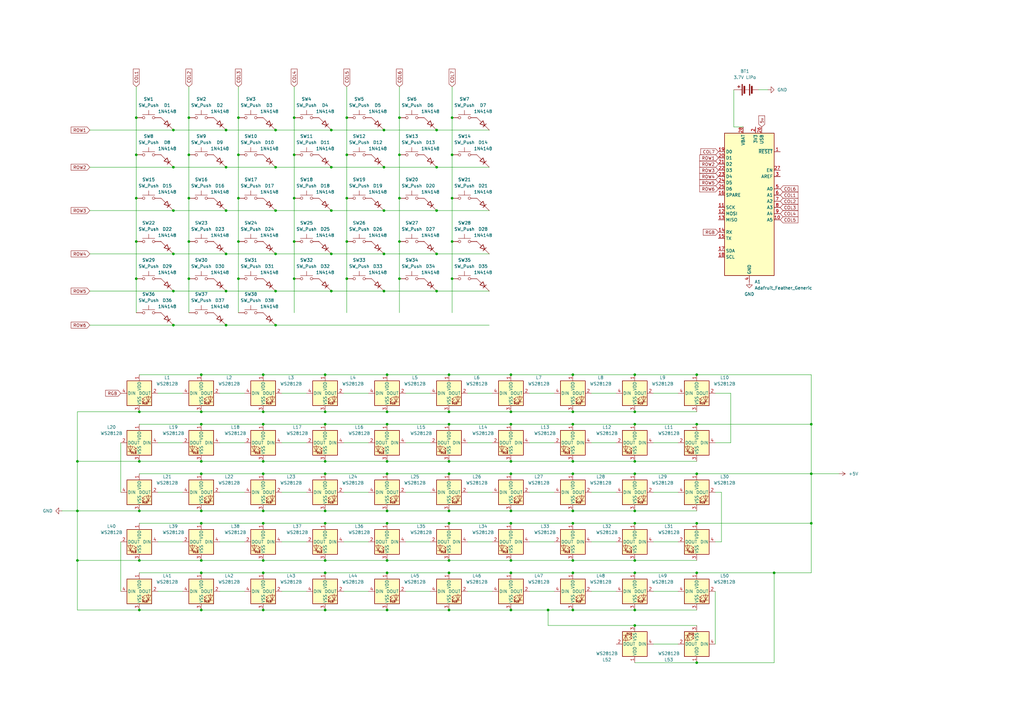
<source format=kicad_sch>
(kicad_sch (version 20250114) (generator "eeschema") (generator_version "9.0")
  (paper "A3")
  (junction (at 97.79 48.26))
  (junction (at 209.55 214.63))
  (junction (at 71.12 86.36))
  (junction (at 234.95 250.19))
  (junction (at 107.95 168.91))
  (junction (at 133.35 168.91))
  (junction (at 158.75 209.55))
  (junction (at 209.55 194.31))
  (junction (at 71.12 68.58))
  (junction (at 92.71 119.38))
  (junction (at 332.74 214.63))
  (junction (at 209.55 209.55))
  (junction (at 133.35 250.19))
  (junction (at 209.55 153.67))
  (junction (at 234.95 194.31))
  (junction (at 142.24 81.28))
  (junction (at 77.47 99.06))
  (junction (at 260.35 194.31))
  (junction (at 82.55 234.95))
  (junction (at 163.83 99.06))
  (junction (at 163.83 63.5))
  (junction (at 179.07 86.36))
  (junction (at 260.35 173.99))
  (junction (at 234.95 189.23))
  (junction (at 158.75 194.31))
  (junction (at 209.55 173.99))
  (junction (at 224.79 250.19))
  (junction (at 158.75 229.87))
  (junction (at 184.15 168.91))
  (junction (at 185.42 48.26))
  (junction (at 107.95 194.31))
  (junction (at 77.47 48.26))
  (junction (at 82.55 214.63))
  (junction (at 107.95 189.23))
  (junction (at 179.07 104.14))
  (junction (at 285.75 234.95))
  (junction (at 113.03 53.34))
  (junction (at 133.35 194.31))
  (junction (at 107.95 229.87))
  (junction (at 31.75 209.55))
  (junction (at 209.55 250.19))
  (junction (at 135.89 68.58))
  (junction (at 77.47 114.3))
  (junction (at 234.95 229.87))
  (junction (at 185.42 63.5))
  (junction (at 107.95 173.99))
  (junction (at 57.15 229.87))
  (junction (at 157.48 68.58))
  (junction (at 260.35 209.55))
  (junction (at 158.75 168.91))
  (junction (at 97.79 114.3))
  (junction (at 120.65 99.06))
  (junction (at 120.65 114.3))
  (junction (at 133.35 189.23))
  (junction (at 158.75 153.67))
  (junction (at 55.88 114.3))
  (junction (at 82.55 250.19))
  (junction (at 133.35 173.99))
  (junction (at 163.83 114.3))
  (junction (at 163.83 81.28))
  (junction (at 260.35 234.95))
  (junction (at 31.75 189.23))
  (junction (at 82.55 173.99))
  (junction (at 260.35 189.23))
  (junction (at 332.74 173.99))
  (junction (at 158.75 189.23))
  (junction (at 77.47 81.28))
  (junction (at 184.15 229.87))
  (junction (at 142.24 48.26))
  (junction (at 135.89 53.34))
  (junction (at 179.07 119.38))
  (junction (at 209.55 189.23))
  (junction (at 260.35 214.63))
  (junction (at 184.15 189.23))
  (junction (at 97.79 81.28))
  (junction (at 82.55 229.87))
  (junction (at 285.75 271.78))
  (junction (at 158.75 173.99))
  (junction (at 157.48 104.14))
  (junction (at 157.48 86.36))
  (junction (at 135.89 104.14))
  (junction (at 234.95 173.99))
  (junction (at 179.07 68.58))
  (junction (at 113.03 119.38))
  (junction (at 77.47 63.5))
  (junction (at 158.75 214.63))
  (junction (at 107.95 153.67))
  (junction (at 260.35 153.67))
  (junction (at 158.75 250.19))
  (junction (at 234.95 214.63))
  (junction (at 135.89 119.38))
  (junction (at 185.42 81.28))
  (junction (at 113.03 68.58))
  (junction (at 209.55 234.95))
  (junction (at 31.75 229.87))
  (junction (at 57.15 189.23))
  (junction (at 133.35 153.67))
  (junction (at 209.55 229.87))
  (junction (at 82.55 153.67))
  (junction (at 113.03 133.35))
  (junction (at 71.12 104.14))
  (junction (at 234.95 153.67))
  (junction (at 57.15 168.91))
  (junction (at 234.95 168.91))
  (junction (at 97.79 63.5))
  (junction (at 185.42 99.06))
  (junction (at 107.95 209.55))
  (junction (at 57.15 209.55))
  (junction (at 135.89 86.36))
  (junction (at 157.48 119.38))
  (junction (at 234.95 234.95))
  (junction (at 142.24 99.06))
  (junction (at 71.12 133.35))
  (junction (at 92.71 68.58))
  (junction (at 113.03 104.14))
  (junction (at 260.35 168.91))
  (junction (at 184.15 250.19))
  (junction (at 234.95 209.55))
  (junction (at 55.88 48.26))
  (junction (at 285.75 153.67))
  (junction (at 82.55 209.55))
  (junction (at 57.15 250.19))
  (junction (at 55.88 63.5))
  (junction (at 107.95 214.63))
  (junction (at 133.35 229.87))
  (junction (at 113.03 86.36))
  (junction (at 82.55 168.91))
  (junction (at 157.48 53.34))
  (junction (at 133.35 234.95))
  (junction (at 142.24 63.5))
  (junction (at 158.75 234.95))
  (junction (at 260.35 250.19))
  (junction (at 179.07 53.34))
  (junction (at 120.65 63.5))
  (junction (at 332.74 194.31))
  (junction (at 260.35 256.54))
  (junction (at 184.15 173.99))
  (junction (at 82.55 189.23))
  (junction (at 107.95 234.95))
  (junction (at 82.55 194.31))
  (junction (at 120.65 48.26))
  (junction (at 55.88 99.06))
  (junction (at 71.12 119.38))
  (junction (at 92.71 53.34))
  (junction (at 317.5 234.95))
  (junction (at 120.65 81.28))
  (junction (at 184.15 214.63))
  (junction (at 184.15 153.67))
  (junction (at 163.83 48.26))
  (junction (at 184.15 234.95))
  (junction (at 92.71 133.35))
  (junction (at 142.24 114.3))
  (junction (at 92.71 86.36))
  (junction (at 184.15 194.31))
  (junction (at 285.75 173.99))
  (junction (at 55.88 81.28))
  (junction (at 133.35 214.63))
  (junction (at 97.79 99.06))
  (junction (at 260.35 229.87))
  (junction (at 133.35 209.55))
  (junction (at 285.75 214.63))
  (junction (at 185.42 114.3))
  (junction (at 285.75 194.31))
  (junction (at 209.55 168.91))
  (junction (at 71.12 53.34))
  (junction (at 92.71 104.14))
  (junction (at 107.95 250.19))
  (junction (at 184.15 209.55))
  (wire (pts (xy 157.48 53.34) (xy 179.07 53.34)))
  (wire (pts (xy 224.79 256.54) (xy 224.79 250.19)))
  (wire (pts (xy 179.07 119.38) (xy 200.66 119.38)))
  (wire (pts (xy 184.15 153.67) (xy 209.55 153.67)))
  (wire (pts (xy 242.57 161.29) (xy 252.73 161.29)))
  (wire (pts (xy 166.37 222.25) (xy 176.53 222.25)))
  (wire (pts (xy 113.03 53.34) (xy 135.89 53.34)))
  (wire (pts (xy 142.24 81.28) (xy 142.24 99.06)))
  (wire (pts (xy 332.74 194.31) (xy 332.74 214.63)))
  (wire (pts (xy 107.95 189.23) (xy 133.35 189.23)))
  (wire (pts (xy 179.07 53.34) (xy 200.66 53.34)))
  (wire (pts (xy 77.47 48.26) (xy 77.47 63.5)))
  (wire (pts (xy 260.35 153.67) (xy 285.75 153.67)))
  (wire (pts (xy 82.55 234.95) (xy 107.95 234.95)))
  (wire (pts (xy 57.15 168.91) (xy 31.75 168.91)))
  (wire (pts (xy 142.24 35.56) (xy 142.24 48.26)))
  (wire (pts (xy 158.75 173.99) (xy 184.15 173.99)))
  (wire (pts (xy 97.79 81.28) (xy 97.79 99.06)))
  (wire (pts (xy 184.15 229.87) (xy 158.75 229.87)))
  (wire (pts (xy 57.15 189.23) (xy 82.55 189.23)))
  (wire (pts (xy 185.42 63.5) (xy 185.42 81.28)))
  (wire (pts (xy 267.97 264.16) (xy 278.13 264.16)))
  (wire (pts (xy 82.55 173.99) (xy 107.95 173.99)))
  (wire (pts (xy 133.35 214.63) (xy 158.75 214.63)))
  (wire (pts (xy 133.35 209.55) (xy 107.95 209.55)))
  (wire (pts (xy 242.57 181.61) (xy 252.73 181.61)))
  (wire (pts (xy 120.65 99.06) (xy 120.65 114.3)))
  (wire (pts (xy 31.75 229.87) (xy 31.75 250.19)))
  (wire (pts (xy 113.03 119.38) (xy 135.89 119.38)))
  (wire (pts (xy 260.35 194.31) (xy 285.75 194.31)))
  (wire (pts (xy 158.75 194.31) (xy 184.15 194.31)))
  (wire (pts (xy 163.83 99.06) (xy 163.83 114.3)))
  (wire (pts (xy 120.65 63.5) (xy 120.65 81.28)))
  (wire (pts (xy 31.75 209.55) (xy 31.75 229.87)))
  (wire (pts (xy 217.17 242.57) (xy 227.33 242.57)))
  (wire (pts (xy 90.17 222.25) (xy 100.33 222.25)))
  (wire (pts (xy 158.75 189.23) (xy 184.15 189.23)))
  (wire (pts (xy 179.07 104.14) (xy 200.66 104.14)))
  (wire (pts (xy 133.35 250.19) (xy 158.75 250.19)))
  (wire (pts (xy 135.89 53.34) (xy 157.48 53.34)))
  (wire (pts (xy 49.53 222.25) (xy 49.53 242.57)))
  (wire (pts (xy 157.48 68.58) (xy 179.07 68.58)))
  (wire (pts (xy 157.48 104.14) (xy 179.07 104.14)))
  (wire (pts (xy 82.55 168.91) (xy 57.15 168.91)))
  (wire (pts (xy 267.97 181.61) (xy 278.13 181.61)))
  (wire (pts (xy 120.65 114.3) (xy 120.65 128.27)))
  (wire (pts (xy 293.37 161.29) (xy 299.72 161.29)))
  (wire (pts (xy 234.95 234.95) (xy 260.35 234.95)))
  (wire (pts (xy 217.17 181.61) (xy 227.33 181.61)))
  (wire (pts (xy 142.24 114.3) (xy 142.24 128.27)))
  (wire (pts (xy 92.71 86.36) (xy 113.03 86.36)))
  (wire (pts (xy 77.47 81.28) (xy 77.47 99.06)))
  (wire (pts (xy 224.79 250.19) (xy 234.95 250.19)))
  (wire (pts (xy 158.75 209.55) (xy 133.35 209.55)))
  (wire (pts (xy 71.12 86.36) (xy 92.71 86.36)))
  (wire (pts (xy 71.12 68.58) (xy 92.71 68.58)))
  (wire (pts (xy 224.79 256.54) (xy 260.35 256.54)))
  (wire (pts (xy 300.99 36.83) (xy 300.99 52.07)))
  (wire (pts (xy 163.83 81.28) (xy 163.83 99.06)))
  (wire (pts (xy 285.75 153.67) (xy 332.74 153.67)))
  (wire (pts (xy 163.83 35.56) (xy 163.83 48.26)))
  (wire (pts (xy 242.57 222.25) (xy 252.73 222.25)))
  (wire (pts (xy 90.17 201.93) (xy 100.33 201.93)))
  (wire (pts (xy 191.77 201.93) (xy 201.93 201.93)))
  (wire (pts (xy 158.75 229.87) (xy 133.35 229.87)))
  (wire (pts (xy 209.55 229.87) (xy 184.15 229.87)))
  (wire (pts (xy 285.75 234.95) (xy 317.5 234.95)))
  (wire (pts (xy 209.55 250.19) (xy 224.79 250.19)))
  (wire (pts (xy 107.95 168.91) (xy 82.55 168.91)))
  (wire (pts (xy 64.77 242.57) (xy 74.93 242.57)))
  (wire (pts (xy 31.75 168.91) (xy 31.75 189.23)))
  (wire (pts (xy 107.95 194.31) (xy 133.35 194.31)))
  (wire (pts (xy 49.53 181.61) (xy 49.53 201.93)))
  (wire (pts (xy 55.88 35.56) (xy 55.88 48.26)))
  (wire (pts (xy 120.65 48.26) (xy 120.65 63.5)))
  (wire (pts (xy 82.55 189.23) (xy 107.95 189.23)))
  (wire (pts (xy 166.37 181.61) (xy 176.53 181.61)))
  (wire (pts (xy 217.17 201.93) (xy 227.33 201.93)))
  (wire (pts (xy 31.75 189.23) (xy 57.15 189.23)))
  (wire (pts (xy 92.71 133.35) (xy 113.03 133.35)))
  (wire (pts (xy 184.15 173.99) (xy 209.55 173.99)))
  (wire (pts (xy 36.83 68.58) (xy 71.12 68.58)))
  (wire (pts (xy 184.15 189.23) (xy 209.55 189.23)))
  (wire (pts (xy 55.88 48.26) (xy 55.88 63.5)))
  (wire (pts (xy 107.95 234.95) (xy 133.35 234.95)))
  (wire (pts (xy 158.75 234.95) (xy 184.15 234.95)))
  (wire (pts (xy 36.83 119.38) (xy 71.12 119.38)))
  (wire (pts (xy 157.48 119.38) (xy 179.07 119.38)))
  (wire (pts (xy 31.75 250.19) (xy 57.15 250.19)))
  (wire (pts (xy 285.75 209.55) (xy 260.35 209.55)))
  (wire (pts (xy 140.97 181.61) (xy 151.13 181.61)))
  (wire (pts (xy 140.97 222.25) (xy 151.13 222.25)))
  (wire (pts (xy 184.15 209.55) (xy 158.75 209.55)))
  (wire (pts (xy 300.99 52.07) (xy 304.8 52.07)))
  (wire (pts (xy 92.71 68.58) (xy 113.03 68.58)))
  (wire (pts (xy 209.55 194.31) (xy 234.95 194.31)))
  (wire (pts (xy 267.97 201.93) (xy 278.13 201.93)))
  (wire (pts (xy 184.15 214.63) (xy 209.55 214.63)))
  (wire (pts (xy 293.37 201.93) (xy 295.91 201.93)))
  (wire (pts (xy 113.03 86.36) (xy 135.89 86.36)))
  (wire (pts (xy 115.57 161.29) (xy 125.73 161.29)))
  (wire (pts (xy 115.57 222.25) (xy 125.73 222.25)))
  (wire (pts (xy 185.42 81.28) (xy 185.42 99.06)))
  (wire (pts (xy 217.17 222.25) (xy 227.33 222.25)))
  (wire (pts (xy 234.95 153.67) (xy 260.35 153.67)))
  (wire (pts (xy 82.55 153.67) (xy 107.95 153.67)))
  (wire (pts (xy 285.75 194.31) (xy 332.74 194.31)))
  (wire (pts (xy 179.07 68.58) (xy 200.66 68.58)))
  (wire (pts (xy 64.77 222.25) (xy 74.93 222.25)))
  (wire (pts (xy 209.55 209.55) (xy 184.15 209.55)))
  (wire (pts (xy 77.47 114.3) (xy 77.47 128.27)))
  (wire (pts (xy 285.75 256.54) (xy 260.35 256.54)))
  (wire (pts (xy 107.95 173.99) (xy 133.35 173.99)))
  (wire (pts (xy 234.95 209.55) (xy 209.55 209.55)))
  (wire (pts (xy 97.79 114.3) (xy 97.79 128.27)))
  (wire (pts (xy 107.95 153.67) (xy 133.35 153.67)))
  (wire (pts (xy 317.5 234.95) (xy 332.74 234.95)))
  (wire (pts (xy 285.75 271.78) (xy 317.5 271.78)))
  (wire (pts (xy 191.77 161.29) (xy 201.93 161.29)))
  (wire (pts (xy 332.74 194.31) (xy 344.17 194.31)))
  (wire (pts (xy 332.74 153.67) (xy 332.74 173.99)))
  (wire (pts (xy 158.75 250.19) (xy 184.15 250.19)))
  (wire (pts (xy 57.15 194.31) (xy 82.55 194.31)))
  (wire (pts (xy 209.55 189.23) (xy 234.95 189.23)))
  (wire (pts (xy 184.15 194.31) (xy 209.55 194.31)))
  (wire (pts (xy 185.42 99.06) (xy 185.42 114.3)))
  (wire (pts (xy 133.35 153.67) (xy 158.75 153.67)))
  (wire (pts (xy 191.77 242.57) (xy 201.93 242.57)))
  (wire (pts (xy 209.55 234.95) (xy 234.95 234.95)))
  (wire (pts (xy 55.88 63.5) (xy 55.88 81.28)))
  (wire (pts (xy 57.15 250.19) (xy 82.55 250.19)))
  (wire (pts (xy 113.03 104.14) (xy 135.89 104.14)))
  (wire (pts (xy 295.91 201.93) (xy 295.91 222.25)))
  (wire (pts (xy 55.88 99.06) (xy 55.88 114.3)))
  (wire (pts (xy 209.55 168.91) (xy 184.15 168.91)))
  (wire (pts (xy 115.57 181.61) (xy 125.73 181.61)))
  (wire (pts (xy 77.47 35.56) (xy 77.47 48.26)))
  (wire (pts (xy 90.17 181.61) (xy 100.33 181.61)))
  (wire (pts (xy 267.97 222.25) (xy 278.13 222.25)))
  (wire (pts (xy 140.97 242.57) (xy 151.13 242.57)))
  (wire (pts (xy 260.35 229.87) (xy 234.95 229.87)))
  (wire (pts (xy 163.83 114.3) (xy 163.83 128.27)))
  (wire (pts (xy 36.83 104.14) (xy 71.12 104.14)))
  (wire (pts (xy 260.35 173.99) (xy 285.75 173.99)))
  (wire (pts (xy 260.35 271.78) (xy 285.75 271.78)))
  (wire (pts (xy 166.37 161.29) (xy 176.53 161.29)))
  (wire (pts (xy 133.35 229.87) (xy 107.95 229.87)))
  (wire (pts (xy 115.57 242.57) (xy 125.73 242.57)))
  (wire (pts (xy 107.95 214.63) (xy 133.35 214.63)))
  (wire (pts (xy 133.35 189.23) (xy 158.75 189.23)))
  (wire (pts (xy 133.35 234.95) (xy 158.75 234.95)))
  (wire (pts (xy 166.37 201.93) (xy 176.53 201.93)))
  (wire (pts (xy 209.55 153.67) (xy 234.95 153.67)))
  (wire (pts (xy 133.35 168.91) (xy 107.95 168.91)))
  (wire (pts (xy 97.79 35.56) (xy 97.79 48.26)))
  (wire (pts (xy 191.77 222.25) (xy 201.93 222.25)))
  (wire (pts (xy 97.79 48.26) (xy 97.79 63.5)))
  (wire (pts (xy 135.89 119.38) (xy 157.48 119.38)))
  (wire (pts (xy 57.15 229.87) (xy 31.75 229.87)))
  (wire (pts (xy 234.95 168.91) (xy 209.55 168.91)))
  (wire (pts (xy 163.83 48.26) (xy 163.83 63.5)))
  (wire (pts (xy 157.48 86.36) (xy 179.07 86.36)))
  (wire (pts (xy 82.55 209.55) (xy 57.15 209.55)))
  (wire (pts (xy 179.07 86.36) (xy 200.66 86.36)))
  (wire (pts (xy 57.15 214.63) (xy 82.55 214.63)))
  (wire (pts (xy 55.88 114.3) (xy 55.88 128.27)))
  (wire (pts (xy 55.88 81.28) (xy 55.88 99.06)))
  (wire (pts (xy 209.55 214.63) (xy 234.95 214.63)))
  (wire (pts (xy 234.95 173.99) (xy 260.35 173.99)))
  (wire (pts (xy 293.37 181.61) (xy 299.72 181.61)))
  (wire (pts (xy 295.91 222.25) (xy 293.37 222.25)))
  (wire (pts (xy 120.65 81.28) (xy 120.65 99.06)))
  (wire (pts (xy 260.35 250.19) (xy 285.75 250.19)))
  (wire (pts (xy 158.75 214.63) (xy 184.15 214.63)))
  (wire (pts (xy 120.65 35.56) (xy 120.65 48.26)))
  (wire (pts (xy 260.35 209.55) (xy 234.95 209.55)))
  (wire (pts (xy 64.77 201.93) (xy 74.93 201.93)))
  (wire (pts (xy 90.17 161.29) (xy 100.33 161.29)))
  (wire (pts (xy 185.42 114.3) (xy 185.42 128.27)))
  (wire (pts (xy 97.79 99.06) (xy 97.79 114.3)))
  (wire (pts (xy 92.71 119.38) (xy 113.03 119.38)))
  (wire (pts (xy 57.15 209.55) (xy 31.75 209.55)))
  (wire (pts (xy 217.17 161.29) (xy 227.33 161.29)))
  (wire (pts (xy 71.12 133.35) (xy 92.71 133.35)))
  (wire (pts (xy 260.35 189.23) (xy 285.75 189.23)))
  (wire (pts (xy 31.75 189.23) (xy 31.75 209.55)))
  (wire (pts (xy 332.74 214.63) (xy 332.74 234.95)))
  (wire (pts (xy 77.47 63.5) (xy 77.47 81.28)))
  (wire (pts (xy 185.42 35.56) (xy 185.42 48.26)))
  (wire (pts (xy 82.55 214.63) (xy 107.95 214.63)))
  (wire (pts (xy 82.55 229.87) (xy 57.15 229.87)))
  (wire (pts (xy 36.83 133.35) (xy 71.12 133.35)))
  (wire (pts (xy 260.35 234.95) (xy 285.75 234.95)))
  (wire (pts (xy 285.75 173.99) (xy 332.74 173.99)))
  (wire (pts (xy 133.35 173.99) (xy 158.75 173.99)))
  (wire (pts (xy 142.24 63.5) (xy 142.24 81.28)))
  (wire (pts (xy 107.95 209.55) (xy 82.55 209.55)))
  (wire (pts (xy 107.95 250.19) (xy 133.35 250.19)))
  (wire (pts (xy 242.57 201.93) (xy 252.73 201.93)))
  (wire (pts (xy 57.15 173.99) (xy 82.55 173.99)))
  (wire (pts (xy 25.4 209.55) (xy 31.75 209.55)))
  (wire (pts (xy 142.24 48.26) (xy 142.24 63.5)))
  (wire (pts (xy 140.97 161.29) (xy 151.13 161.29)))
  (wire (pts (xy 234.95 229.87) (xy 209.55 229.87)))
  (wire (pts (xy 234.95 194.31) (xy 260.35 194.31)))
  (wire (pts (xy 234.95 189.23) (xy 260.35 189.23)))
  (wire (pts (xy 57.15 153.67) (xy 82.55 153.67)))
  (wire (pts (xy 184.15 168.91) (xy 158.75 168.91)))
  (wire (pts (xy 285.75 214.63) (xy 332.74 214.63)))
  (wire (pts (xy 135.89 86.36) (xy 157.48 86.36)))
  (wire (pts (xy 133.35 194.31) (xy 158.75 194.31)))
  (wire (pts (xy 140.97 201.93) (xy 151.13 201.93)))
  (wire (pts (xy 107.95 229.87) (xy 82.55 229.87)))
  (wire (pts (xy 71.12 119.38) (xy 92.71 119.38)))
  (wire (pts (xy 184.15 250.19) (xy 209.55 250.19)))
  (wire (pts (xy 71.12 104.14) (xy 92.71 104.14)))
  (wire (pts (xy 92.71 104.14) (xy 113.03 104.14)))
  (wire (pts (xy 285.75 168.91) (xy 260.35 168.91)))
  (wire (pts (xy 293.37 242.57) (xy 293.37 264.16)))
  (wire (pts (xy 90.17 242.57) (xy 100.33 242.57)))
  (wire (pts (xy 92.71 53.34) (xy 113.03 53.34)))
  (wire (pts (xy 209.55 173.99) (xy 234.95 173.99)))
  (wire (pts (xy 135.89 104.14) (xy 157.48 104.14)))
  (wire (pts (xy 82.55 194.31) (xy 107.95 194.31)))
  (wire (pts (xy 260.35 168.91) (xy 234.95 168.91)))
  (wire (pts (xy 242.57 242.57) (xy 252.73 242.57)))
  (wire (pts (xy 234.95 214.63) (xy 260.35 214.63)))
  (wire (pts (xy 64.77 181.61) (xy 74.93 181.61)))
  (wire (pts (xy 158.75 153.67) (xy 184.15 153.67)))
  (wire (pts (xy 191.77 181.61) (xy 201.93 181.61)))
  (wire (pts (xy 77.47 99.06) (xy 77.47 114.3)))
  (wire (pts (xy 158.75 168.91) (xy 133.35 168.91)))
  (wire (pts (xy 317.5 271.78) (xy 317.5 234.95)))
  (wire (pts (xy 184.15 234.95) (xy 209.55 234.95)))
  (wire (pts (xy 267.97 242.57) (xy 278.13 242.57)))
  (wire (pts (xy 267.97 161.29) (xy 278.13 161.29)))
  (wire (pts (xy 57.15 234.95) (xy 82.55 234.95)))
  (wire (pts (xy 260.35 214.63) (xy 285.75 214.63)))
  (wire (pts (xy 64.77 161.29) (xy 74.93 161.29)))
  (wire (pts (xy 113.03 133.35) (xy 200.66 133.35)))
  (wire (pts (xy 166.37 242.57) (xy 176.53 242.57)))
  (wire (pts (xy 311.15 36.83) (xy 314.96 36.83)))
  (wire (pts (xy 135.89 68.58) (xy 157.48 68.58)))
  (wire (pts (xy 113.03 68.58) (xy 135.89 68.58)))
  (wire (pts (xy 97.79 63.5) (xy 97.79 81.28)))
  (wire (pts (xy 115.57 201.93) (xy 125.73 201.93)))
  (wire (pts (xy 163.83 63.5) (xy 163.83 81.28)))
  (wire (pts (xy 332.74 173.99) (xy 332.74 194.31)))
  (wire (pts (xy 285.75 229.87) (xy 260.35 229.87)))
  (wire (pts (xy 36.83 86.36) (xy 71.12 86.36)))
  (wire (pts (xy 36.83 53.34) (xy 71.12 53.34)))
  (wire (pts (xy 185.42 48.26) (xy 185.42 63.5)))
  (wire (pts (xy 82.55 250.19) (xy 107.95 250.19)))
  (wire (pts (xy 142.24 99.06) (xy 142.24 114.3)))
  (wire (pts (xy 71.12 53.34) (xy 92.71 53.34)))
  (wire (pts (xy 234.95 250.19) (xy 260.35 250.19)))
  (wire (pts (xy 299.72 161.29) (xy 299.72 181.61)))
  (global_label "ROW4" (shape input) (at 294.64 72.39 180) (property "Intersheetrefs" "${INTERSHEET_REFS}" (effects (hide yes))))
  (global_label "RGB" (shape input) (at 49.53 161.29 180) (property "Intersheetrefs" "${INTERSHEET_REFS}" (effects (hide yes))))
  (global_label "ROW3" (shape input) (at 36.83 86.36 180) (property "Intersheetrefs" "${INTERSHEET_REFS}" (effects (hide yes))))
  (global_label "COL6" (shape input) (at 320.04 77.47 0) (property "Intersheetrefs" "${INTERSHEET_REFS}" (effects (hide yes))))
  (global_label "COL5" (shape input) (at 320.04 90.17 0) (property "Intersheetrefs" "${INTERSHEET_REFS}" (effects (hide yes))))
  (global_label "ROW4" (shape input) (at 36.83 104.14 180) (property "Intersheetrefs" "${INTERSHEET_REFS}" (effects (hide yes))))
  (global_label "ROW2" (shape input) (at 294.64 67.31 180) (property "Intersheetrefs" "${INTERSHEET_REFS}" (effects (hide yes))))
  (global_label "COL2" (shape input) (at 77.47 35.56 90) (property "Intersheetrefs" "${INTERSHEET_REFS}" (effects (hide yes))))
  (global_label "ROW6" (shape input) (at 36.83 133.35 180) (property "Intersheetrefs" "${INTERSHEET_REFS}" (effects (hide yes))))
  (global_label "COL3" (shape input) (at 320.04 85.09 0) (property "Intersheetrefs" "${INTERSHEET_REFS}" (effects (hide yes))))
  (global_label "COL4" (shape input) (at 120.65 35.56 90) (property "Intersheetrefs" "${INTERSHEET_REFS}" (effects (hide yes))))
  (global_label "RGB" (shape input) (at 294.64 95.25 180) (property "Intersheetrefs" "${INTERSHEET_REFS}" (effects (hide yes))))
  (global_label "5v" (shape input) (at 312.42 52.07 90) (property "Intersheetrefs" "${INTERSHEET_REFS}" (effects (hide yes))))
  (global_label "COL5" (shape input) (at 142.24 35.56 90) (property "Intersheetrefs" "${INTERSHEET_REFS}" (effects (hide yes))))
  (global_label "COL7" (shape input) (at 185.42 35.56 90) (property "Intersheetrefs" "${INTERSHEET_REFS}" (effects (hide yes))))
  (global_label "COL1" (shape input) (at 55.88 35.56 90) (property "Intersheetrefs" "${INTERSHEET_REFS}" (effects (hide yes))))
  (global_label "ROW3" (shape input) (at 294.64 69.85 180) (property "Intersheetrefs" "${INTERSHEET_REFS}" (effects (hide yes))))
  (global_label "ROW6" (shape input) (at 294.64 77.47 180) (property "Intersheetrefs" "${INTERSHEET_REFS}" (effects (hide yes))))
  (global_label "COL1" (shape input) (at 320.04 80.01 0) (property "Intersheetrefs" "${INTERSHEET_REFS}" (effects (hide yes))))
  (global_label "COL6" (shape input) (at 163.83 35.56 90) (property "Intersheetrefs" "${INTERSHEET_REFS}" (effects (hide yes))))
  (global_label "ROW1" (shape input) (at 36.83 53.34 180) (property "Intersheetrefs" "${INTERSHEET_REFS}" (effects (hide yes))))
  (global_label "COL3" (shape input) (at 97.79 35.56 90) (property "Intersheetrefs" "${INTERSHEET_REFS}" (effects (hide yes))))
  (global_label "ROW1" (shape input) (at 294.64 64.77 180) (property "Intersheetrefs" "${INTERSHEET_REFS}" (effects (hide yes))))
  (global_label "ROW5" (shape input) (at 294.64 74.93 180) (property "Intersheetrefs" "${INTERSHEET_REFS}" (effects (hide yes))))
  (global_label "COL2" (shape input) (at 320.04 82.55 0) (property "Intersheetrefs" "${INTERSHEET_REFS}" (effects (hide yes))))
  (global_label "COL4" (shape input) (at 320.04 87.63 0) (property "Intersheetrefs" "${INTERSHEET_REFS}" (effects (hide yes))))
  (global_label "COL7" (shape input) (at 294.64 62.23 180) (property "Intersheetrefs" "${INTERSHEET_REFS}" (effects (hide yes))))
  (global_label "ROW2" (shape input) (at 36.83 68.58 180) (property "Intersheetrefs" "${INTERSHEET_REFS}" (effects (hide yes))))
  (global_label "ROW5" (shape input) (at 36.83 119.38 180) (property "Intersheetrefs" "${INTERSHEET_REFS}" (effects (hide yes))))
  (symbol (lib_id "Switch:SW_Push") (at 147.32 81.28 0) (unit 1)
    (property "Reference" "SW19" (at 147.32 73.66 0))
    (property "Value" "SW_Push" (at 147.32 76.2 0))
    (property "Footprint" "Switch_Keyboard_Hotswap_Kailh:SW_Hotswap_Kailh_MX_1.00u" (effects (hide yes)))
    (property "Description" "Push button switch, generic, two pins" (effects (hide yes)))
  )
  (symbol (lib_id "Device:D_45deg") (at 198.12 116.84 0) (unit 1)
    (property "Reference" "D35" (at 198.12 109.22 0))
    (property "Value" "1N4148" (at 198.12 111.76 0))
    (property "Footprint" "diode1n4148:DO35-7" (effects (hide yes)))
    (property "Description" "Diode, rotated by 45°" (effects (hide yes)))
    (property "Sim.Device" "D" (effects (hide yes)))
    (property "Sim.Pins" "1=K 2=A" (effects (hide yes)))
  )
  (symbol (lib_id "Device:D_45deg") (at 176.53 116.84 0) (unit 1)
    (property "Reference" "D34" (at 176.53 109.22 0))
    (property "Value" "1N4148" (at 176.53 111.76 0))
    (property "Footprint" "diode1n4148:DO35-7" (effects (hide yes)))
    (property "Description" "Diode, rotated by 45°" (effects (hide yes)))
    (property "Sim.Device" "D" (effects (hide yes)))
    (property "Sim.Pins" "1=K 2=A" (effects (hide yes)))
  )
  (symbol (lib_id "LED:WS2812B") (at 184.15 181.61 0) (mirror y) (unit 1)
    (property "Reference" "L15" (at 172.72 175.1898 0))
    (property "Value" "WS2812B" (at 172.72 177.7298 0))
    (property "Footprint" "syssy:BAcklight" (effects (hide yes)))
    (property "Datasheet" "https://cdn-shop.adafruit.com/datasheets/WS2812B.pdf" (effects (hide yes)))
    (property "Description" "RGB LED with integrated controller" (effects (hide yes)))
  )
  (symbol (lib_id "Switch:SW_Push") (at 125.73 99.06 0) (unit 1)
    (property "Reference" "SW25" (at 125.73 91.44 0))
    (property "Value" "SW_Push" (at 125.73 93.98 0))
    (property "Footprint" "Switch_Keyboard_Hotswap_Kailh:SW_Hotswap_Kailh_MX_1.00u" (effects (hide yes)))
    (property "Description" "Push button switch, generic, two pins" (effects (hide yes)))
  )
  (symbol (lib_id "Switch:SW_Push") (at 147.32 114.3 0) (unit 1)
    (property "Reference" "SW33" (at 147.32 106.68 0))
    (property "Value" "SW_Push" (at 147.32 109.22 0))
    (property "Footprint" "Switch_Keyboard_Hotswap_Kailh:SW_Hotswap_Kailh_MX_1.00u" (effects (hide yes)))
    (property "Description" "Push button switch, generic, two pins" (effects (hide yes)))
  )
  (symbol (lib_id "LED:WS2812B") (at 234.95 201.93 0) (unit 1)
    (property "Reference" "L28" (at 246.38 195.5098 0))
    (property "Value" "WS2812B" (at 246.38 198.0498 0))
    (property "Footprint" "syssy:BAcklight" (effects (hide yes)))
    (property "Datasheet" "https://cdn-shop.adafruit.com/datasheets/WS2812B.pdf" (effects (hide yes)))
    (property "Description" "RGB LED with integrated controller" (effects (hide yes)))
  )
  (symbol (lib_id "Switch:SW_Push") (at 102.87 63.5 0) (unit 1)
    (property "Reference" "SW10" (at 102.87 55.88 0))
    (property "Value" "SW_Push" (at 102.87 58.42 0))
    (property "Footprint" "Switch_Keyboard_Hotswap_Kailh:SW_Hotswap_Kailh_MX_1.00u" (effects (hide yes)))
    (property "Description" "Push button switch, generic, two pins" (effects (hide yes)))
  )
  (symbol (lib_id "Device:D_45deg") (at 90.17 83.82 0) (unit 1)
    (property "Reference" "D16" (at 90.17 76.2 0))
    (property "Value" "1N4148" (at 90.17 78.74 0))
    (property "Footprint" "diode1n4148:DO35-7" (effects (hide yes)))
    (property "Description" "Diode, rotated by 45°" (effects (hide yes)))
    (property "Sim.Device" "D" (effects (hide yes)))
    (property "Sim.Pins" "1=K 2=A" (effects (hide yes)))
  )
  (symbol (lib_id "Switch:SW_Push") (at 60.96 114.3 0) (unit 1)
    (property "Reference" "SW29" (at 60.96 106.68 0))
    (property "Value" "SW_Push" (at 60.96 109.22 0))
    (property "Footprint" "Switch_Keyboard_Hotswap_Kailh:SW_Hotswap_Kailh_MX_1.00u" (effects (hide yes)))
    (property "Description" "Push button switch, generic, two pins" (effects (hide yes)))
  )
  (symbol (lib_id "Device:D_45deg") (at 68.58 83.82 0) (unit 1)
    (property "Reference" "D15" (at 68.58 76.2 0))
    (property "Value" "1N4148" (at 68.58 78.74 0))
    (property "Footprint" "diode1n4148:DO35-7" (effects (hide yes)))
    (property "Description" "Diode, rotated by 45°" (effects (hide yes)))
    (property "Sim.Device" "D" (effects (hide yes)))
    (property "Sim.Pins" "1=K 2=A" (effects (hide yes)))
  )
  (symbol (lib_id "Switch:SW_Push") (at 125.73 48.26 0) (unit 1)
    (property "Reference" "SW4" (at 125.73 40.64 0))
    (property "Value" "SW_Push" (at 125.73 43.18 0))
    (property "Footprint" "Switch_Keyboard_Hotswap_Kailh:SW_Hotswap_Kailh_MX_1.00u" (effects (hide yes)))
    (property "Description" "Push button switch, generic, two pins" (effects (hide yes)))
  )
  (symbol (lib_id "Switch:SW_Push") (at 82.55 48.26 0) (unit 1)
    (property "Reference" "SW2" (at 82.55 40.64 0))
    (property "Value" "SW_Push" (at 82.55 43.18 0))
    (property "Footprint" "Switch_Keyboard_Hotswap_Kailh:SW_Hotswap_Kailh_MX_1.00u" (effects (hide yes)))
    (property "Description" "Push button switch, generic, two pins" (effects (hide yes)))
  )
  (symbol (lib_id "power:GND") (at 25.4 209.55 270) (unit 1)
    (property "Reference" "#PWR04" (effects (hide yes)))
    (property "Value" "GND" (at 21.59 209.5499 90) (effects (justify right)))
    (property "Description" "Power symbol creates a global label with name \"GND\" , ground" (effects (hide yes)))
  )
  (symbol (lib_id "LED:WS2812B") (at 234.95 242.57 0) (unit 1)
    (property "Reference" "L48" (at 246.38 236.1498 0))
    (property "Value" "WS2812B" (at 246.38 238.6898 0))
    (property "Footprint" "syssy:BAcklight" (effects (hide yes)))
    (property "Datasheet" "https://cdn-shop.adafruit.com/datasheets/WS2812B.pdf" (effects (hide yes)))
    (property "Description" "RGB LED with integrated controller" (effects (hide yes)))
  )
  (symbol (lib_id "LED:WS2812B") (at 57.15 222.25 0) (mirror y) (unit 1)
    (property "Reference" "L40" (at 45.72 215.8298 0))
    (property "Value" "WS2812B" (at 45.72 218.3698 0))
    (property "Footprint" "syssy:BAcklight" (effects (hide yes)))
    (property "Datasheet" "https://cdn-shop.adafruit.com/datasheets/WS2812B.pdf" (effects (hide yes)))
    (property "Description" "RGB LED with integrated controller" (effects (hide yes)))
  )
  (symbol (lib_id "LED:WS2812B") (at 57.15 201.93 0) (unit 1)
    (property "Reference" "L21" (at 68.58 195.5098 0))
    (property "Value" "WS2812B" (at 68.58 198.0498 0))
    (property "Footprint" "syssy:BAcklight" (effects (hide yes)))
    (property "Datasheet" "https://cdn-shop.adafruit.com/datasheets/WS2812B.pdf" (effects (hide yes)))
    (property "Description" "RGB LED with integrated controller" (effects (hide yes)))
  )
  (symbol (lib_id "Device:D_45deg") (at 110.49 83.82 0) (unit 1)
    (property "Reference" "D17" (at 110.49 76.2 0))
    (property "Value" "1N4148" (at 110.49 78.74 0))
    (property "Footprint" "diode1n4148:DO35-7" (effects (hide yes)))
    (property "Description" "Diode, rotated by 45°" (effects (hide yes)))
    (property "Sim.Device" "D" (effects (hide yes)))
    (property "Sim.Pins" "1=K 2=A" (effects (hide yes)))
  )
  (symbol (lib_id "LED:WS2812B") (at 184.15 201.93 0) (unit 1)
    (property "Reference" "L26" (at 195.58 195.5098 0))
    (property "Value" "WS2812B" (at 195.58 198.0498 0))
    (property "Footprint" "syssy:BAcklight" (effects (hide yes)))
    (property "Datasheet" "https://cdn-shop.adafruit.com/datasheets/WS2812B.pdf" (effects (hide yes)))
    (property "Description" "RGB LED with integrated controller" (effects (hide yes)))
  )
  (symbol (lib_id "LED:WS2812B") (at 133.35 222.25 0) (mirror y) (unit 1)
    (property "Reference" "L37" (at 121.92 215.8298 0))
    (property "Value" "WS2812B" (at 121.92 218.3698 0))
    (property "Footprint" "syssy:BAcklight" (effects (hide yes)))
    (property "Datasheet" "https://cdn-shop.adafruit.com/datasheets/WS2812B.pdf" (effects (hide yes)))
    (property "Description" "RGB LED with integrated controller" (effects (hide yes)))
  )
  (symbol (lib_id "LED:WS2812B") (at 260.35 222.25 0) (mirror y) (unit 1)
    (property "Reference" "L32" (at 248.92 215.8298 0))
    (property "Value" "WS2812B" (at 248.92 218.3698 0))
    (property "Footprint" "syssy:BAcklight" (effects (hide yes)))
    (property "Datasheet" "https://cdn-shop.adafruit.com/datasheets/WS2812B.pdf" (effects (hide yes)))
    (property "Description" "RGB LED with integrated controller" (effects (hide yes)))
  )
  (symbol (lib_id "LED:WS2812B") (at 285.75 201.93 0) (unit 1)
    (property "Reference" "L30" (at 297.18 195.5098 0))
    (property "Value" "WS2812B" (at 297.18 198.0498 0))
    (property "Footprint" "syssy:BAcklight" (effects (hide yes)))
    (property "Datasheet" "https://cdn-shop.adafruit.com/datasheets/WS2812B.pdf" (effects (hide yes)))
    (property "Description" "RGB LED with integrated controller" (effects (hide yes)))
  )
  (symbol (lib_id "Switch:SW_Push") (at 102.87 114.3 0) (unit 1)
    (property "Reference" "SW31" (at 102.87 106.68 0))
    (property "Value" "SW_Push" (at 102.87 109.22 0))
    (property "Footprint" "Switch_Keyboard_Hotswap_Kailh:SW_Hotswap_Kailh_MX_1.00u" (effects (hide yes)))
    (property "Description" "Push button switch, generic, two pins" (effects (hide yes)))
  )
  (symbol (lib_id "Switch:SW_Push") (at 102.87 99.06 0) (unit 1)
    (property "Reference" "SW24" (at 102.87 91.44 0))
    (property "Value" "SW_Push" (at 102.87 93.98 0))
    (property "Footprint" "Switch_Keyboard_Hotswap_Kailh:SW_Hotswap_Kailh_MX_1.00u" (effects (hide yes)))
    (property "Description" "Push button switch, generic, two pins" (effects (hide yes)))
  )
  (symbol (lib_id "LED:WS2812B") (at 285.75 161.29 0) (unit 1)
    (property "Reference" "L10" (at 297.18 154.8698 0))
    (property "Value" "WS2812B" (at 297.18 157.4098 0))
    (property "Footprint" "syssy:BAcklight" (effects (hide yes)))
    (property "Datasheet" "https://cdn-shop.adafruit.com/datasheets/WS2812B.pdf" (effects (hide yes)))
    (property "Description" "RGB LED with integrated controller" (effects (hide yes)))
  )
  (symbol (lib_id "Device:D_45deg") (at 90.17 130.81 0) (unit 1)
    (property "Reference" "D37" (at 90.17 123.19 0))
    (property "Value" "1N4148" (at 90.17 125.73 0))
    (property "Footprint" "diode1n4148:DO35-7" (effects (hide yes)))
    (property "Description" "Diode, rotated by 45°" (effects (hide yes)))
    (property "Sim.Device" "D" (effects (hide yes)))
    (property "Sim.Pins" "1=K 2=A" (effects (hide yes)))
  )
  (symbol (lib_id "LED:WS2812B") (at 133.35 161.29 0) (unit 1)
    (property "Reference" "L4" (at 144.78 154.8698 0))
    (property "Value" "WS2812B" (at 144.78 157.4098 0))
    (property "Footprint" "syssy:BAcklight" (effects (hide yes)))
    (property "Datasheet" "https://cdn-shop.adafruit.com/datasheets/WS2812B.pdf" (effects (hide yes)))
    (property "Description" "RGB LED with integrated controller" (effects (hide yes)))
  )
  (symbol (lib_id "LED:WS2812B") (at 158.75 242.57 0) (unit 1)
    (property "Reference" "L45" (at 170.18 236.1498 0))
    (property "Value" "WS2812B" (at 170.18 238.6898 0))
    (property "Footprint" "syssy:BAcklight" (effects (hide yes)))
    (property "Datasheet" "https://cdn-shop.adafruit.com/datasheets/WS2812B.pdf" (effects (hide yes)))
    (property "Description" "RGB LED with integrated controller" (effects (hide yes)))
  )
  (symbol (lib_id "Switch:SW_Push") (at 190.5 99.06 0) (unit 1)
    (property "Reference" "SW28" (at 190.5 91.44 0))
    (property "Value" "SW_Push" (at 190.5 93.98 0))
    (property "Footprint" "Switch_Keyboard_Hotswap_Kailh:SW_Hotswap_Kailh_MX_1.00u" (effects (hide yes)))
    (property "Description" "Push button switch, generic, two pins" (effects (hide yes)))
  )
  (symbol (lib_id "LED:WS2812B") (at 82.55 201.93 0) (unit 1)
    (property "Reference" "L22" (at 93.98 195.5098 0))
    (property "Value" "WS2812B" (at 93.98 198.0498 0))
    (property "Footprint" "syssy:BAcklight" (effects (hide yes)))
    (property "Datasheet" "https://cdn-shop.adafruit.com/datasheets/WS2812B.pdf" (effects (hide yes)))
    (property "Description" "RGB LED with integrated controller" (effects (hide yes)))
  )
  (symbol (lib_id "LED:WS2812B") (at 285.75 181.61 0) (mirror y) (unit 1)
    (property "Reference" "L11" (at 274.32 175.1898 0))
    (property "Value" "WS2812B" (at 274.32 177.7298 0))
    (property "Footprint" "syssy:BAcklight" (effects (hide yes)))
    (property "Datasheet" "https://cdn-shop.adafruit.com/datasheets/WS2812B.pdf" (effects (hide yes)))
    (property "Description" "RGB LED with integrated controller" (effects (hide yes)))
  )
  (symbol (lib_id "Switch:SW_Push") (at 168.91 63.5 0) (unit 1)
    (property "Reference" "SW13" (at 168.91 55.88 0))
    (property "Value" "SW_Push" (at 168.91 58.42 0))
    (property "Footprint" "Switch_Keyboard_Hotswap_Kailh:SW_Hotswap_Kailh_MX_1.00u" (effects (hide yes)))
    (property "Description" "Push button switch, generic, two pins" (effects (hide yes)))
  )
  (symbol (lib_id "LED:WS2812B") (at 133.35 181.61 0) (mirror y) (unit 1)
    (property "Reference" "L17" (at 121.92 175.1898 0))
    (property "Value" "WS2812B" (at 121.92 177.7298 0))
    (property "Footprint" "syssy:BAcklight" (effects (hide yes)))
    (property "Datasheet" "https://cdn-shop.adafruit.com/datasheets/WS2812B.pdf" (effects (hide yes)))
    (property "Description" "RGB LED with integrated controller" (effects (hide yes)))
  )
  (symbol (lib_id "Switch:SW_Push") (at 147.32 63.5 0) (unit 1)
    (property "Reference" "SW12" (at 147.32 55.88 0))
    (property "Value" "SW_Push" (at 147.32 58.42 0))
    (property "Footprint" "Switch_Keyboard_Hotswap_Kailh:SW_Hotswap_Kailh_MX_1.00u" (effects (hide yes)))
    (property "Description" "Push button switch, generic, two pins" (effects (hide yes)))
  )
  (symbol (lib_id "LED:WS2812B") (at 158.75 222.25 0) (mirror y) (unit 1)
    (property "Reference" "L36" (at 147.32 215.8298 0))
    (property "Value" "WS2812B" (at 147.32 218.3698 0))
    (property "Footprint" "syssy:BAcklight" (effects (hide yes)))
    (property "Datasheet" "https://cdn-shop.adafruit.com/datasheets/WS2812B.pdf" (effects (hide yes)))
    (property "Description" "RGB LED with integrated controller" (effects (hide yes)))
  )
  (symbol (lib_id "LED:WS2812B") (at 260.35 242.57 0) (unit 1)
    (property "Reference" "L49" (at 271.78 236.1498 0))
    (property "Value" "WS2812B" (at 271.78 238.6898 0))
    (property "Footprint" "syssy:BAcklight" (effects (hide yes)))
    (property "Datasheet" "https://cdn-shop.adafruit.com/datasheets/WS2812B.pdf" (effects (hide yes)))
    (property "Description" "RGB LED with integrated controller" (effects (hide yes)))
  )
  (symbol (lib_id "Device:D_45deg") (at 198.12 83.82 0) (unit 1)
    (property "Reference" "D21" (at 198.12 76.2 0))
    (property "Value" "1N4148" (at 198.12 78.74 0))
    (property "Footprint" "diode1n4148:DO35-7" (effects (hide yes)))
    (property "Description" "Diode, rotated by 45°" (effects (hide yes)))
    (property "Sim.Device" "D" (effects (hide yes)))
    (property "Sim.Pins" "1=K 2=A" (effects (hide yes)))
  )
  (symbol (lib_id "LED:WS2812B") (at 209.55 222.25 0) (mirror y) (unit 1)
    (property "Reference" "L34" (at 198.12 215.8298 0))
    (property "Value" "WS2812B" (at 198.12 218.3698 0))
    (property "Footprint" "syssy:BAcklight" (effects (hide yes)))
    (property "Datasheet" "https://cdn-shop.adafruit.com/datasheets/WS2812B.pdf" (effects (hide yes)))
    (property "Description" "RGB LED with integrated controller" (effects (hide yes)))
  )
  (symbol (lib_id "Device:D_45deg") (at 110.49 116.84 0) (unit 1)
    (property "Reference" "D31" (at 110.49 109.22 0))
    (property "Value" "1N4148" (at 110.49 111.76 0))
    (property "Footprint" "diode1n4148:DO35-7" (effects (hide yes)))
    (property "Description" "Diode, rotated by 45°" (effects (hide yes)))
    (property "Sim.Device" "D" (effects (hide yes)))
    (property "Sim.Pins" "1=K 2=A" (effects (hide yes)))
  )
  (symbol (lib_id "Device:D_45deg") (at 110.49 66.04 0) (unit 1)
    (property "Reference" "D10" (at 110.49 58.42 0))
    (property "Value" "1N4148" (at 110.49 60.96 0))
    (property "Footprint" "diode1n4148:DO35-7" (effects (hide yes)))
    (property "Description" "Diode, rotated by 45°" (effects (hide yes)))
    (property "Sim.Device" "D" (effects (hide yes)))
    (property "Sim.Pins" "1=K 2=A" (effects (hide yes)))
  )
  (symbol (lib_id "LED:WS2812B") (at 107.95 181.61 0) (mirror y) (unit 1)
    (property "Reference" "L18" (at 96.52 175.1898 0))
    (property "Value" "WS2812B" (at 96.52 177.7298 0))
    (property "Footprint" "syssy:BAcklight" (effects (hide yes)))
    (property "Datasheet" "https://cdn-shop.adafruit.com/datasheets/WS2812B.pdf" (effects (hide yes)))
    (property "Description" "RGB LED with integrated controller" (effects (hide yes)))
  )
  (symbol (lib_id "Device:D_45deg") (at 176.53 66.04 0) (unit 1)
    (property "Reference" "D13" (at 176.53 58.42 0))
    (property "Value" "1N4148" (at 176.53 60.96 0))
    (property "Footprint" "diode1n4148:DO35-7" (effects (hide yes)))
    (property "Description" "Diode, rotated by 45°" (effects (hide yes)))
    (property "Sim.Device" "D" (effects (hide yes)))
    (property "Sim.Pins" "1=K 2=A" (effects (hide yes)))
  )
  (symbol (lib_id "Device:D_45deg") (at 154.94 101.6 0) (unit 1)
    (property "Reference" "D26" (at 154.94 93.98 0))
    (property "Value" "1N4148" (at 154.94 96.52 0))
    (property "Footprint" "diode1n4148:DO35-7" (effects (hide yes)))
    (property "Description" "Diode, rotated by 45°" (effects (hide yes)))
    (property "Sim.Device" "D" (effects (hide yes)))
    (property "Sim.Pins" "1=K 2=A" (effects (hide yes)))
  )
  (symbol (lib_id "LED:WS2812B") (at 158.75 181.61 0) (mirror y) (unit 1)
    (property "Reference" "L16" (at 147.32 175.1898 0))
    (property "Value" "WS2812B" (at 147.32 177.7298 0))
    (property "Footprint" "syssy:BAcklight" (effects (hide yes)))
    (property "Datasheet" "https://cdn-shop.adafruit.com/datasheets/WS2812B.pdf" (effects (hide yes)))
    (property "Description" "RGB LED with integrated controller" (effects (hide yes)))
  )
  (symbol (lib_id "LED:WS2812B") (at 133.35 242.57 0) (unit 1)
    (property "Reference" "L44" (at 144.78 236.1498 0))
    (property "Value" "WS2812B" (at 144.78 238.6898 0))
    (property "Footprint" "syssy:BAcklight" (effects (hide yes)))
    (property "Datasheet" "https://cdn-shop.adafruit.com/datasheets/WS2812B.pdf" (effects (hide yes)))
    (property "Description" "RGB LED with integrated controller" (effects (hide yes)))
  )
  (symbol (lib_id "Switch:SW_Push") (at 125.73 114.3 0) (unit 1)
    (property "Reference" "SW32" (at 125.73 106.68 0))
    (property "Value" "SW_Push" (at 125.73 109.22 0))
    (property "Footprint" "Switch_Keyboard_Hotswap_Kailh:SW_Hotswap_Kailh_MX_1.00u" (effects (hide yes)))
    (property "Description" "Push button switch, generic, two pins" (effects (hide yes)))
  )
  (symbol (lib_id "Device:D_45deg") (at 90.17 101.6 0) (unit 1)
    (property "Reference" "D23" (at 90.17 93.98 0))
    (property "Value" "1N4148" (at 90.17 96.52 0))
    (property "Footprint" "diode1n4148:DO35-7" (effects (hide yes)))
    (property "Description" "Diode, rotated by 45°" (effects (hide yes)))
    (property "Sim.Device" "D" (effects (hide yes)))
    (property "Sim.Pins" "1=K 2=A" (effects (hide yes)))
  )
  (symbol (lib_id "LED:WS2812B") (at 260.35 201.93 0) (unit 1)
    (property "Reference" "L29" (at 271.78 195.5098 0))
    (property "Value" "WS2812B" (at 271.78 198.0498 0))
    (property "Footprint" "syssy:BAcklight" (effects (hide yes)))
    (property "Datasheet" "https://cdn-shop.adafruit.com/datasheets/WS2812B.pdf" (effects (hide yes)))
    (property "Description" "RGB LED with integrated controller" (effects (hide yes)))
  )
  (symbol (lib_id "Switch:SW_Push") (at 60.96 63.5 0) (unit 1)
    (property "Reference" "SW8" (at 60.96 55.88 0))
    (property "Value" "SW_Push" (at 60.96 58.42 0))
    (property "Footprint" "Switch_Keyboard_Hotswap_Kailh:SW_Hotswap_Kailh_MX_1.50u" (effects (hide yes)))
    (property "Description" "Push button switch, generic, two pins" (effects (hide yes)))
  )
  (symbol (lib_id "Switch:SW_Push") (at 190.5 63.5 0) (unit 1)
    (property "Reference" "SW14" (at 190.5 55.88 0))
    (property "Value" "SW_Push" (at 190.5 58.42 0))
    (property "Footprint" "Switch_Keyboard_Hotswap_Kailh:SW_Hotswap_Kailh_MX_1.50u_90deg" (effects (hide yes)))
    (property "Description" "Push button switch, generic, two pins" (effects (hide yes)))
  )
  (symbol (lib_id "Device:D_45deg") (at 68.58 116.84 0) (unit 1)
    (property "Reference" "D29" (at 68.58 109.22 0))
    (property "Value" "1N4148" (at 68.58 111.76 0))
    (property "Footprint" "diode1n4148:DO35-7" (effects (hide yes)))
    (property "Description" "Diode, rotated by 45°" (effects (hide yes)))
    (property "Sim.Device" "D" (effects (hide yes)))
    (property "Sim.Pins" "1=K 2=A" (effects (hide yes)))
  )
  (symbol (lib_id "power:GND") (at 307.34 115.57 0) (unit 1)
    (property "Reference" "#PWR02" (effects (hide yes)))
    (property "Value" "GND" (at 307.34 120.65 0))
    (property "Description" "Power symbol creates a global label with name \"GND\" , ground" (effects (hide yes)))
  )
  (symbol (lib_id "Device:D_45deg") (at 154.94 116.84 0) (unit 1)
    (property "Reference" "D33" (at 154.94 109.22 0))
    (property "Value" "1N4148" (at 154.94 111.76 0))
    (property "Footprint" "diode1n4148:DO35-7" (effects (hide yes)))
    (property "Description" "Diode, rotated by 45°" (effects (hide yes)))
    (property "Sim.Device" "D" (effects (hide yes)))
    (property "Sim.Pins" "1=K 2=A" (effects (hide yes)))
  )
  (symbol (lib_id "Switch:SW_Push") (at 82.55 128.27 0) (unit 1)
    (property "Reference" "SW37" (at 82.55 120.65 0))
    (property "Value" "SW_Push" (at 82.55 123.19 0))
    (property "Footprint" "Switch_Keyboard_Hotswap_Kailh:SW_Hotswap_Kailh_MX_1.00u" (effects (hide yes)))
    (property "Description" "Push button switch, generic, two pins" (effects (hide yes)))
  )
  (symbol (lib_id "Switch:SW_Push") (at 60.96 48.26 0) (unit 1)
    (property "Reference" "SW1" (at 60.96 40.64 0))
    (property "Value" "SW_Push" (at 60.96 43.18 0))
    (property "Footprint" "Switch_Keyboard_Hotswap_Kailh:SW_Hotswap_Kailh_MX_1.50u" (effects (hide yes)))
    (property "Description" "Push button switch, generic, two pins" (effects (hide yes)))
  )
  (symbol (lib_id "LED:WS2812B") (at 107.95 161.29 0) (unit 1)
    (property "Reference" "L3" (at 119.38 154.8698 0))
    (property "Value" "WS2812B" (at 119.38 157.4098 0))
    (property "Footprint" "syssy:BAcklight" (effects (hide yes)))
    (property "Datasheet" "https://cdn-shop.adafruit.com/datasheets/WS2812B.pdf" (effects (hide yes)))
    (property "Description" "RGB LED with integrated controller" (effects (hide yes)))
  )
  (symbol (lib_id "MCU_Module:Adafruit_Feather_Generic") (at 307.34 82.55 0) (unit 1)
    (property "Reference" "A1" (at 309.4833 115.57 0) (effects (justify left)))
    (property "Value" "Adafruit_Feather_Generic" (at 309.4833 118.11 0) (effects (justify left)))
    (property "Footprint" "Module:Adafruit_Feather" (effects (hide yes)))
    (property "Datasheet" "https://cdn-learn.adafruit.com/downloads/pdf/adafruit-feather.pdf" (effects (hide yes)))
    (property "Description" "Microcontroller module in various flavor, generic symbol" (effects (hide yes)))
  )
  (symbol (lib_id "LED:WS2812B") (at 209.55 242.57 0) (unit 1)
    (property "Reference" "L47" (at 220.98 236.1498 0))
    (property "Value" "WS2812B" (at 220.98 238.6898 0))
    (property "Footprint" "syssy:BAcklight" (effects (hide yes)))
    (property "Datasheet" "https://cdn-shop.adafruit.com/datasheets/WS2812B.pdf" (effects (hide yes)))
    (property "Description" "RGB LED with integrated controller" (effects (hide yes)))
  )
  (symbol (lib_id "Device:D_45deg") (at 154.94 50.8 0) (unit 1)
    (property "Reference" "D5" (at 154.94 43.18 0))
    (property "Value" "1N4148" (at 154.94 45.72 0))
    (property "Footprint" "diode1n4148:DO35-7" (effects (hide yes)))
    (property "Description" "Diode, rotated by 45°" (effects (hide yes)))
    (property "Sim.Device" "D" (effects (hide yes)))
    (property "Sim.Pins" "1=K 2=A" (effects (hide yes)))
  )
  (symbol (lib_id "Switch:SW_Push") (at 82.55 99.06 0) (unit 1)
    (property "Reference" "SW23" (at 82.55 91.44 0))
    (property "Value" "SW_Push" (at 82.55 93.98 0))
    (property "Footprint" "Switch_Keyboard_Hotswap_Kailh:SW_Hotswap_Kailh_MX_1.00u" (effects (hide yes)))
    (property "Description" "Push button switch, generic, two pins" (effects (hide yes)))
  )
  (symbol (lib_id "Switch:SW_Push") (at 102.87 128.27 0) (unit 1)
    (property "Reference" "SW38" (at 102.87 120.65 0))
    (property "Value" "SW_Push" (at 102.87 123.19 0))
    (property "Footprint" "Switch_Keyboard_Hotswap_Kailh:SW_Hotswap_Kailh_MX_1.00u" (effects (hide yes)))
    (property "Description" "Push button switch, generic, two pins" (effects (hide yes)))
  )
  (symbol (lib_id "Switch:SW_Push") (at 102.87 48.26 0) (unit 1)
    (property "Reference" "SW3" (at 102.87 40.64 0))
    (property "Value" "SW_Push" (at 102.87 43.18 0))
    (property "Footprint" "Switch_Keyboard_Hotswap_Kailh:SW_Hotswap_Kailh_MX_1.00u" (effects (hide yes)))
    (property "Description" "Push button switch, generic, two pins" (effects (hide yes)))
  )
  (symbol (lib_id "Switch:SW_Push") (at 60.96 99.06 0) (unit 1)
    (property "Reference" "SW22" (at 60.96 91.44 0))
    (property "Value" "SW_Push" (at 60.96 93.98 0))
    (property "Footprint" "Switch_Keyboard_Hotswap_Kailh:SW_Hotswap_Kailh_MX_1.50u" (effects (hide yes)))
    (property "Description" "Push button switch, generic, two pins" (effects (hide yes)))
  )
  (symbol (lib_id "Switch:SW_Push") (at 60.96 128.27 0) (unit 1)
    (property "Reference" "SW36" (at 60.96 120.65 0))
    (property "Value" "SW_Push" (at 60.96 123.19 0))
    (property "Footprint" "Switch_Keyboard_Hotswap_Kailh:SW_Hotswap_Kailh_MX_1.00u" (effects (hide yes)))
    (property "Description" "Push button switch, generic, two pins" (effects (hide yes)))
  )
  (symbol (lib_id "LED:WS2812B") (at 82.55 181.61 0) (mirror y) (unit 1)
    (property "Reference" "L19" (at 71.12 175.1898 0))
    (property "Value" "WS2812B" (at 71.12 177.7298 0))
    (property "Footprint" "syssy:BAcklight" (effects (hide yes)))
    (property "Datasheet" "https://cdn-shop.adafruit.com/datasheets/WS2812B.pdf" (effects (hide yes)))
    (property "Description" "RGB LED with integrated controller" (effects (hide yes)))
  )
  (symbol (lib_id "power:GND") (at 314.96 36.83 90) (unit 1)
    (property "Reference" "#PWR01" (effects (hide yes)))
    (property "Value" "GND" (at 318.77 36.8299 90) (effects (justify right)))
    (property "Description" "Power symbol creates a global label with name \"GND\" , ground" (effects (hide yes)))
  )
  (symbol (lib_id "Switch:SW_Push") (at 190.5 114.3 0) (unit 1)
    (property "Reference" "SW35" (at 190.5 106.68 0))
    (property "Value" "SW_Push" (at 190.5 109.22 0))
    (property "Footprint" "Switch_Keyboard_Hotswap_Kailh:SW_Hotswap_Kailh_MX_2.00u" (effects (hide yes)))
    (property "Description" "Push button switch, generic, two pins" (effects (hide yes)))
  )
  (symbol (lib_id "LED:WS2812B") (at 158.75 201.93 0) (unit 1)
    (property "Reference" "L25" (at 170.18 195.5098 0))
    (property "Value" "WS2812B" (at 170.18 198.0498 0))
    (property "Footprint" "syssy:BAcklight" (effects (hide yes)))
    (property "Datasheet" "https://cdn-shop.adafruit.com/datasheets/WS2812B.pdf" (effects (hide yes)))
    (property "Description" "RGB LED with integrated controller" (effects (hide yes)))
  )
  (symbol (lib_id "LED:WS2812B") (at 82.55 222.25 0) (mirror y) (unit 1)
    (property "Reference" "L39" (at 71.12 215.8298 0))
    (property "Value" "WS2812B" (at 71.12 218.3698 0))
    (property "Footprint" "syssy:BAcklight" (effects (hide yes)))
    (property "Datasheet" "https://cdn-shop.adafruit.com/datasheets/WS2812B.pdf" (effects (hide yes)))
    (property "Description" "RGB LED with integrated controller" (effects (hide yes)))
  )
  (symbol (lib_id "LED:WS2812B") (at 234.95 222.25 0) (mirror y) (unit 1)
    (property "Reference" "L33" (at 223.52 215.8298 0))
    (property "Value" "WS2812B" (at 223.52 218.3698 0))
    (property "Footprint" "syssy:BAcklight" (effects (hide yes)))
    (property "Datasheet" "https://cdn-shop.adafruit.com/datasheets/WS2812B.pdf" (effects (hide yes)))
    (property "Description" "RGB LED with integrated controller" (effects (hide yes)))
  )
  (symbol (lib_id "LED:WS2812B") (at 285.75 222.25 0) (mirror y) (unit 1)
    (property "Reference" "L31" (at 274.32 215.8298 0))
    (property "Value" "WS2812B" (at 274.32 218.3698 0))
    (property "Footprint" "syssy:BAcklight" (effects (hide yes)))
    (property "Datasheet" "https://cdn-shop.adafruit.com/datasheets/WS2812B.pdf" (effects (hide yes)))
    (property "Description" "RGB LED with integrated controller" (effects (hide yes)))
  )
  (symbol (lib_id "LED:WS2812B") (at 82.55 161.29 0) (unit 1)
    (property "Reference" "L2" (at 93.98 154.8698 0))
    (property "Value" "WS2812B" (at 93.98 157.4098 0))
    (property "Footprint" "syssy:BAcklight" (effects (hide yes)))
    (property "Datasheet" "https://cdn-shop.adafruit.com/datasheets/WS2812B.pdf" (effects (hide yes)))
    (property "Description" "RGB LED with integrated controller" (effects (hide yes)))
  )
  (symbol (lib_id "Device:D_45deg") (at 90.17 50.8 0) (unit 1)
    (property "Reference" "D2" (at 90.17 43.18 0))
    (property "Value" "1N4148" (at 90.17 45.72 0))
    (property "Footprint" "diode1n4148:DO35-7" (effects (hide yes)))
    (property "Description" "Diode, rotated by 45°" (effects (hide yes)))
    (property "Sim.Device" "D" (effects (hide yes)))
    (property "Sim.Pins" "1=K 2=A" (effects (hide yes)))
  )
  (symbol (lib_id "LED:WS2812B") (at 285.75 242.57 0) (unit 1)
    (property "Reference" "L50" (at 297.18 236.1498 0))
    (property "Value" "WS2812B" (at 297.18 238.6898 0))
    (property "Footprint" "syssy:BAcklight" (effects (hide yes)))
    (property "Datasheet" "https://cdn-shop.adafruit.com/datasheets/WS2812B.pdf" (effects (hide yes)))
    (property "Description" "RGB LED with integrated controller" (effects (hide yes)))
  )
  (symbol (lib_id "LED:WS2812B") (at 234.95 161.29 0) (unit 1)
    (property "Reference" "L8" (at 246.38 154.8698 0))
    (property "Value" "WS2812B" (at 246.38 157.4098 0))
    (property "Footprint" "syssy:BAcklight" (effects (hide yes)))
    (property "Datasheet" "https://cdn-shop.adafruit.com/datasheets/WS2812B.pdf" (effects (hide yes)))
    (property "Description" "RGB LED with integrated controller" (effects (hide yes)))
  )
  (symbol (lib_id "Device:D_45deg") (at 154.94 83.82 0) (unit 1)
    (property "Reference" "D19" (at 154.94 76.2 0))
    (property "Value" "1N4148" (at 154.94 78.74 0))
    (property "Footprint" "diode1n4148:DO35-7" (effects (hide yes)))
    (property "Description" "Diode, rotated by 45°" (effects (hide yes)))
    (property "Sim.Device" "D" (effects (hide yes)))
    (property "Sim.Pins" "1=K 2=A" (effects (hide yes)))
  )
  (symbol (lib_id "Switch:SW_Push") (at 168.91 81.28 0) (unit 1)
    (property "Reference" "SW20" (at 168.91 73.66 0))
    (property "Value" "SW_Push" (at 168.91 76.2 0))
    (property "Footprint" "Switch_Keyboard_Hotswap_Kailh:SW_Hotswap_Kailh_MX_1.00u" (effects (hide yes)))
    (property "Description" "Push button switch, generic, two pins" (effects (hide yes)))
  )
  (symbol (lib_id "LED:WS2812B") (at 107.95 201.93 0) (unit 1)
    (property "Reference" "L23" (at 119.38 195.5098 0))
    (property "Value" "WS2812B" (at 119.38 198.0498 0))
    (property "Footprint" "syssy:BAcklight" (effects (hide yes)))
    (property "Datasheet" "https://cdn-shop.adafruit.com/datasheets/WS2812B.pdf" (effects (hide yes)))
    (property "Description" "RGB LED with integrated controller" (effects (hide yes)))
  )
  (symbol (lib_id "LED:WS2812B") (at 260.35 264.16 180) (unit 1)
    (property "Reference" "L52" (at 248.92 270.5802 0))
    (property "Value" "WS2812B" (at 248.92 268.0402 0))
    (property "Footprint" "syssy:BAcklight" (effects (hide yes)))
    (property "Datasheet" "https://cdn-shop.adafruit.com/datasheets/WS2812B.pdf" (effects (hide yes)))
    (property "Description" "RGB LED with integrated controller" (effects (hide yes)))
  )
  (symbol (lib_id "LED:WS2812B") (at 184.15 242.57 0) (unit 1)
    (property "Reference" "L46" (at 195.58 236.1498 0))
    (property "Value" "WS2812B" (at 195.58 238.6898 0))
    (property "Footprint" "syssy:BAcklight" (effects (hide yes)))
    (property "Datasheet" "https://cdn-shop.adafruit.com/datasheets/WS2812B.pdf" (effects (hide yes)))
    (property "Description" "RGB LED with integrated controller" (effects (hide yes)))
  )
  (symbol (lib_id "Device:D_45deg") (at 133.35 101.6 0) (unit 1)
    (property "Reference" "D25" (at 133.35 93.98 0))
    (property "Value" "1N4148" (at 133.35 96.52 0))
    (property "Footprint" "diode1n4148:DO35-7" (effects (hide yes)))
    (property "Description" "Diode, rotated by 45°" (effects (hide yes)))
    (property "Sim.Device" "D" (effects (hide yes)))
    (property "Sim.Pins" "1=K 2=A" (effects (hide yes)))
  )
  (symbol (lib_id "LED:WS2812B") (at 107.95 222.25 0) (mirror y) (unit 1)
    (property "Reference" "L38" (at 96.52 215.8298 0))
    (property "Value" "WS2812B" (at 96.52 218.3698 0))
    (property "Footprint" "syssy:BAcklight" (effects (hide yes)))
    (property "Datasheet" "https://cdn-shop.adafruit.com/datasheets/WS2812B.pdf" (effects (hide yes)))
    (property "Description" "RGB LED with integrated controller" (effects (hide yes)))
  )
  (symbol (lib_id "LED:WS2812B") (at 260.35 161.29 0) (unit 1)
    (property "Reference" "L9" (at 271.78 154.8698 0))
    (property "Value" "WS2812B" (at 271.78 157.4098 0))
    (property "Footprint" "syssy:BAcklight" (effects (hide yes)))
    (property "Datasheet" "https://cdn-shop.adafruit.com/datasheets/WS2812B.pdf" (effects (hide yes)))
    (property "Description" "RGB LED with integrated controller" (effects (hide yes)))
  )
  (symbol (lib_id "LED:WS2812B") (at 57.15 181.61 0) (mirror y) (unit 1)
    (property "Reference" "L20" (at 45.72 175.1898 0))
    (property "Value" "WS2812B" (at 45.72 177.7298 0))
    (property "Footprint" "syssy:BAcklight" (effects (hide yes)))
    (property "Datasheet" "https://cdn-shop.adafruit.com/datasheets/WS2812B.pdf" (effects (hide yes)))
    (property "Description" "RGB LED with integrated controller" (effects (hide yes)))
  )
  (symbol (lib_id "Device:D_45deg") (at 133.35 116.84 0) (unit 1)
    (property "Reference" "D32" (at 133.35 109.22 0))
    (property "Value" "1N4148" (at 133.35 111.76 0))
    (property "Footprint" "diode1n4148:DO35-7" (effects (hide yes)))
    (property "Description" "Diode, rotated by 45°" (effects (hide yes)))
    (property "Sim.Device" "D" (effects (hide yes)))
    (property "Sim.Pins" "1=K 2=A" (effects (hide yes)))
  )
  (symbol (lib_id "Switch:SW_Push") (at 125.73 81.28 0) (unit 1)
    (property "Reference" "SW18" (at 125.73 73.66 0))
    (property "Value" "SW_Push" (at 125.73 76.2 0))
    (property "Footprint" "Switch_Keyboard_Hotswap_Kailh:SW_Hotswap_Kailh_MX_1.00u" (effects (hide yes)))
    (property "Description" "Push button switch, generic, two pins" (effects (hide yes)))
  )
  (symbol (lib_id "Switch:SW_Push") (at 82.55 63.5 0) (unit 1)
    (property "Reference" "SW9" (at 82.55 55.88 0))
    (property "Value" "SW_Push" (at 82.55 58.42 0))
    (property "Footprint" "Switch_Keyboard_Hotswap_Kailh:SW_Hotswap_Kailh_MX_1.00u" (effects (hide yes)))
    (property "Description" "Push button switch, generic, two pins" (effects (hide yes)))
  )
  (symbol (lib_id "Device:D_45deg") (at 133.35 50.8 0) (unit 1)
    (property "Reference" "D4" (at 133.35 43.18 0))
    (property "Value" "1N4148" (at 133.35 45.72 0))
    (property "Footprint" "diode1n4148:DO35-7" (effects (hide yes)))
    (property "Description" "Diode, rotated by 45°" (effects (hide yes)))
    (property "Sim.Device" "D" (effects (hide yes)))
    (property "Sim.Pins" "1=K 2=A" (effects (hide yes)))
  )
  (symbol (lib_id "Device:D_45deg") (at 198.12 66.04 0) (unit 1)
    (property "Reference" "D14" (at 198.12 58.42 0))
    (property "Value" "1N4148" (at 198.12 60.96 0))
    (property "Footprint" "diode1n4148:DO35-7" (effects (hide yes)))
    (property "Description" "Diode, rotated by 45°" (effects (hide yes)))
    (property "Sim.Device" "D" (effects (hide yes)))
    (property "Sim.Pins" "1=K 2=A" (effects (hide yes)))
  )
  (symbol (lib_id "Device:D_45deg") (at 198.12 101.6 0) (unit 1)
    (property "Reference" "D28" (at 198.12 93.98 0))
    (property "Value" "1N4148" (at 198.12 96.52 0))
    (property "Footprint" "diode1n4148:DO35-7" (effects (hide yes)))
    (property "Description" "Diode, rotated by 45°" (effects (hide yes)))
    (property "Sim.Device" "D" (effects (hide yes)))
    (property "Sim.Pins" "1=K 2=A" (effects (hide yes)))
  )
  (symbol (lib_id "Device:D_45deg") (at 68.58 101.6 0) (unit 1)
    (property "Reference" "D22" (at 68.58 93.98 0))
    (property "Value" "1N4148" (at 68.58 96.52 0))
    (property "Footprint" "diode1n4148:DO35-7" (effects (hide yes)))
    (property "Description" "Diode, rotated by 45°" (effects (hide yes)))
    (property "Sim.Device" "D" (effects (hide yes)))
    (property "Sim.Pins" "1=K 2=A" (effects (hide yes)))
  )
  (symbol (lib_id "Device:D_45deg") (at 110.49 130.81 0) (unit 1)
    (property "Reference" "D38" (at 110.49 123.19 0))
    (property "Value" "1N4148" (at 110.49 125.73 0))
    (property "Footprint" "diode1n4148:DO35-7" (effects (hide yes)))
    (property "Description" "Diode, rotated by 45°" (effects (hide yes)))
    (property "Sim.Device" "D" (effects (hide yes)))
    (property "Sim.Pins" "1=K 2=A" (effects (hide yes)))
  )
  (symbol (lib_id "LED:WS2812B") (at 57.15 242.57 0) (unit 1)
    (property "Reference" "L41" (at 68.58 236.1498 0))
    (property "Value" "WS2812B" (at 68.58 238.6898 0))
    (property "Footprint" "syssy:BAcklight" (effects (hide yes)))
    (property "Datasheet" "https://cdn-shop.adafruit.com/datasheets/WS2812B.pdf" (effects (hide yes)))
    (property "Description" "RGB LED with integrated controller" (effects (hide yes)))
  )
  (symbol (lib_id "Switch:SW_Push") (at 168.91 99.06 0) (unit 1)
    (property "Reference" "SW27" (at 168.91 91.44 0))
    (property "Value" "SW_Push" (at 168.91 93.98 0))
    (property "Footprint" "Switch_Keyboard_Hotswap_Kailh:SW_Hotswap_Kailh_MX_1.00u" (effects (hide yes)))
    (property "Description" "Push button switch, generic, two pins" (effects (hide yes)))
  )
  (symbol (lib_id "LED:WS2812B") (at 184.15 222.25 0) (mirror y) (unit 1)
    (property "Reference" "L35" (at 172.72 215.8298 0))
    (property "Value" "WS2812B" (at 172.72 218.3698 0))
    (property "Footprint" "syssy:BAcklight" (effects (hide yes)))
    (property "Datasheet" "https://cdn-shop.adafruit.com/datasheets/WS2812B.pdf" (effects (hide yes)))
    (property "Description" "RGB LED with integrated controller" (effects (hide yes)))
  )
  (symbol (lib_id "Switch:SW_Push") (at 168.91 114.3 0) (unit 1)
    (property "Reference" "SW34" (at 168.91 106.68 0))
    (property "Value" "SW_Push" (at 168.91 109.22 0))
    (property "Footprint" "Switch_Keyboard_Hotswap_Kailh:SW_Hotswap_Kailh_MX_2.00u" (effects (hide yes)))
    (property "Description" "Push button switch, generic, two pins" (effects (hide yes)))
  )
  (symbol (lib_id "Device:D_45deg") (at 68.58 50.8 0) (unit 1)
    (property "Reference" "D1" (at 68.58 43.18 0))
    (property "Value" "1N4148" (at 68.58 45.72 0))
    (property "Footprint" "diode1n4148:DO35-7" (effects (hide yes)))
    (property "Description" "Diode, rotated by 45°" (effects (hide yes)))
    (property "Sim.Device" "D" (effects (hide yes)))
    (property "Sim.Pins" "1=K 2=A" (effects (hide yes)))
  )
  (symbol (lib_id "Device:D_45deg") (at 176.53 83.82 0) (unit 1)
    (property "Reference" "D20" (at 176.53 76.2 0))
    (property "Value" "1N4148" (at 176.53 78.74 0))
    (property "Footprint" "diode1n4148:DO35-7" (effects (hide yes)))
    (property "Description" "Diode, rotated by 45°" (effects (hide yes)))
    (property "Sim.Device" "D" (effects (hide yes)))
    (property "Sim.Pins" "1=K 2=A" (effects (hide yes)))
  )
  (symbol (lib_id "LED:WS2812B") (at 234.95 181.61 0) (mirror y) (unit 1)
    (property "Reference" "L13" (at 223.52 175.1898 0))
    (property "Value" "WS2812B" (at 223.52 177.7298 0))
    (property "Footprint" "syssy:BAcklight" (effects (hide yes)))
    (property "Datasheet" "https://cdn-shop.adafruit.com/datasheets/WS2812B.pdf" (effects (hide yes)))
    (property "Description" "RGB LED with integrated controller" (effects (hide yes)))
  )
  (symbol (lib_id "Switch:SW_Push") (at 190.5 48.26 0) (unit 1)
    (property "Reference" "SW7" (at 190.5 40.64 0))
    (property "Value" "SW_Push" (at 190.5 43.18 0))
    (property "Footprint" "Switch_Keyboard_Hotswap_Kailh:SW_Hotswap_Kailh_MX_1.00u" (effects (hide yes)))
    (property "Description" "Push button switch, generic, two pins" (effects (hide yes)))
  )
  (symbol (lib_id "Device:D_45deg") (at 90.17 66.04 0) (unit 1)
    (property "Reference" "D9" (at 90.17 58.42 0))
    (property "Value" "1N4148" (at 90.17 60.96 0))
    (property "Footprint" "diode1n4148:DO35-7" (effects (hide yes)))
    (property "Description" "Diode, rotated by 45°" (effects (hide yes)))
    (property "Sim.Device" "D" (effects (hide yes)))
    (property "Sim.Pins" "1=K 2=A" (effects (hide yes)))
  )
  (symbol (lib_id "Switch:SW_Push") (at 82.55 114.3 0) (unit 1)
    (property "Reference" "SW30" (at 82.55 106.68 0))
    (property "Value" "SW_Push" (at 82.55 109.22 0))
    (property "Footprint" "Switch_Keyboard_Hotswap_Kailh:SW_Hotswap_Kailh_MX_1.00u" (effects (hide yes)))
    (property "Description" "Push button switch, generic, two pins" (effects (hide yes)))
  )
  (symbol (lib_id "Device:Battery") (at 306.07 36.83 90) (unit 1)
    (property "Reference" "BT1" (at 305.4985 29.21 90))
    (property "Value" "3.7V LiPo" (at 305.4985 31.75 90))
    (property "Footprint" "Connector_JST:JST_PH_S2B-PH-K_1x02_P2.00mm_Horizontal" (effects (hide yes)))
    (property "Description" "Multiple-cell battery" (effects (hide yes)))
  )
  (symbol (lib_id "Device:D_45deg") (at 68.58 66.04 0) (unit 1)
    (property "Reference" "D8" (at 68.58 58.42 0))
    (property "Value" "1N4148" (at 68.58 60.96 0))
    (property "Footprint" "diode1n4148:DO35-7" (effects (hide yes)))
    (property "Description" "Diode, rotated by 45°" (effects (hide yes)))
    (property "Sim.Device" "D" (effects (hide yes)))
    (property "Sim.Pins" "1=K 2=A" (effects (hide yes)))
  )
  (symbol (lib_id "LED:WS2812B") (at 209.55 201.93 0) (unit 1)
    (property "Reference" "L27" (at 220.98 195.5098 0))
    (property "Value" "WS2812B" (at 220.98 198.0498 0))
    (property "Footprint" "syssy:BAcklight" (effects (hide yes)))
    (property "Datasheet" "https://cdn-shop.adafruit.com/datasheets/WS2812B.pdf" (effects (hide yes)))
    (property "Description" "RGB LED with integrated controller" (effects (hide yes)))
  )
  (symbol (lib_id "Switch:SW_Push") (at 168.91 48.26 0) (unit 1)
    (property "Reference" "SW6" (at 168.91 40.64 0))
    (property "Value" "SW_Push" (at 168.91 43.18 0))
    (property "Footprint" "Switch_Keyboard_Hotswap_Kailh:SW_Hotswap_Kailh_MX_1.00u" (effects (hide yes)))
    (property "Description" "Push button switch, generic, two pins" (effects (hide yes)))
  )
  (symbol (lib_id "Switch:SW_Push") (at 60.96 81.28 0) (unit 1)
    (property "Reference" "SW15" (at 60.96 73.66 0))
    (property "Value" "SW_Push" (at 60.96 76.2 0))
    (property "Footprint" "Switch_Keyboard_Hotswap_Kailh:SW_Hotswap_Kailh_MX_1.50u" (effects (hide yes)))
    (property "Description" "Push button switch, generic, two pins" (effects (hide yes)))
  )
  (symbol (lib_id "LED:WS2812B") (at 133.35 201.93 0) (unit 1)
    (property "Reference" "L24" (at 144.78 195.5098 0))
    (property "Value" "WS2812B" (at 144.78 198.0498 0))
    (property "Footprint" "syssy:BAcklight" (effects (hide yes)))
    (property "Datasheet" "https://cdn-shop.adafruit.com/datasheets/WS2812B.pdf" (effects (hide yes)))
    (property "Description" "RGB LED with integrated controller" (effects (hide yes)))
  )
  (symbol (lib_id "LED:WS2812B") (at 57.15 161.29 0) (unit 1)
    (property "Reference" "L1" (at 68.58 154.8698 0))
    (property "Value" "WS2812B" (at 68.58 157.4098 0))
    (property "Footprint" "syssy:BAcklight" (effects (hide yes)))
    (property "Datasheet" "https://cdn-shop.adafruit.com/datasheets/WS2812B.pdf" (effects (hide yes)))
    (property "Description" "RGB LED with integrated controller" (effects (hide yes)))
  )
  (symbol (lib_id "LED:WS2812B") (at 107.95 242.57 0) (unit 1)
    (property "Reference" "L43" (at 119.38 236.1498 0))
    (property "Value" "WS2812B" (at 119.38 238.6898 0))
    (property "Footprint" "syssy:BAcklight" (effects (hide yes)))
    (property "Datasheet" "https://cdn-shop.adafruit.com/datasheets/WS2812B.pdf" (effects (hide yes)))
    (property "Description" "RGB LED with integrated controller" (effects (hide yes)))
  )
  (symbol (lib_id "Device:D_45deg") (at 154.94 66.04 0) (unit 1)
    (property "Reference" "D12" (at 154.94 58.42 0))
    (property "Value" "1N4148" (at 154.94 60.96 0))
    (property "Footprint" "diode1n4148:DO35-7" (effects (hide yes)))
    (property "Description" "Diode, rotated by 45°" (effects (hide yes)))
    (property "Sim.Device" "D" (effects (hide yes)))
    (property "Sim.Pins" "1=K 2=A" (effects (hide yes)))
  )
  (symbol (lib_id "LED:WS2812B") (at 260.35 181.61 0) (mirror y) (unit 1)
    (property "Reference" "L12" (at 248.92 175.1898 0))
    (property "Value" "WS2812B" (at 248.92 177.7298 0))
    (property "Footprint" "syssy:BAcklight" (effects (hide yes)))
    (property "Datasheet" "https://cdn-shop.adafruit.com/datasheets/WS2812B.pdf" (effects (hide yes)))
    (property "Description" "RGB LED with integrated controller" (effects (hide yes)))
  )
  (symbol (lib_id "power:+5V") (at 344.17 194.31 270) (unit 1)
    (property "Reference" "#PWR05" (effects (hide yes)))
    (property "Value" "+5V" (at 347.98 194.3099 90) (effects (justify left)))
    (property "Description" "Power symbol creates a global label with name \"+5V\"" (effects (hide yes)))
  )
  (symbol (lib_id "Device:D_45deg") (at 176.53 101.6 0) (unit 1)
    (property "Reference" "D27" (at 176.53 93.98 0))
    (property "Value" "1N4148" (at 176.53 96.52 0))
    (property "Footprint" "diode1n4148:DO35-7" (effects (hide yes)))
    (property "Description" "Diode, rotated by 45°" (effects (hide yes)))
    (property "Sim.Device" "D" (effects (hide yes)))
    (property "Sim.Pins" "1=K 2=A" (effects (hide yes)))
  )
  (symbol (lib_id "Device:D_45deg") (at 198.12 50.8 0) (unit 1)
    (property "Reference" "D7" (at 198.12 43.18 0))
    (property "Value" "1N4148" (at 198.12 45.72 0))
    (property "Footprint" "diode1n4148:DO35-7" (effects (hide yes)))
    (property "Description" "Diode, rotated by 45°" (effects (hide yes)))
    (property "Sim.Device" "D" (effects (hide yes)))
    (property "Sim.Pins" "1=K 2=A" (effects (hide yes)))
  )
  (symbol (lib_id "Device:D_45deg") (at 68.58 130.81 0) (unit 1)
    (property "Reference" "D36" (at 68.58 123.19 0))
    (property "Value" "1N4148" (at 68.58 125.73 0))
    (property "Footprint" "diode1n4148:DO35-7" (effects (hide yes)))
    (property "Description" "Diode, rotated by 45°" (effects (hide yes)))
    (property "Sim.Device" "D" (effects (hide yes)))
    (property "Sim.Pins" "1=K 2=A" (effects (hide yes)))
  )
  (symbol (lib_id "Switch:SW_Push") (at 125.73 63.5 0) (unit 1)
    (property "Reference" "SW11" (at 125.73 55.88 0))
    (property "Value" "SW_Push" (at 125.73 58.42 0))
    (property "Footprint" "Switch_Keyboard_Hotswap_Kailh:SW_Hotswap_Kailh_MX_1.00u" (effects (hide yes)))
    (property "Description" "Push button switch, generic, two pins" (effects (hide yes)))
  )
  (symbol (lib_id "LED:WS2812B") (at 209.55 161.29 0) (unit 1)
    (property "Reference" "L7" (at 220.98 154.8698 0))
    (property "Value" "WS2812B" (at 220.98 157.4098 0))
    (property "Footprint" "syssy:BAcklight" (effects (hide yes)))
    (property "Datasheet" "https://cdn-shop.adafruit.com/datasheets/WS2812B.pdf" (effects (hide yes)))
    (property "Description" "RGB LED with integrated controller" (effects (hide yes)))
  )
  (symbol (lib_id "LED:WS2812B") (at 158.75 161.29 0) (unit 1)
    (property "Reference" "L5" (at 170.18 154.8698 0))
    (property "Value" "WS2812B" (at 170.18 157.4098 0))
    (property "Footprint" "syssy:BAcklight" (effects (hide yes)))
    (property "Datasheet" "https://cdn-shop.adafruit.com/datasheets/WS2812B.pdf" (effects (hide yes)))
    (property "Description" "RGB LED with integrated controller" (effects (hide yes)))
  )
  (symbol (lib_id "Switch:SW_Push") (at 82.55 81.28 0) (unit 1)
    (property "Reference" "SW16" (at 82.55 73.66 0))
    (property "Value" "SW_Push" (at 82.55 76.2 0))
    (property "Footprint" "Switch_Keyboard_Hotswap_Kailh:SW_Hotswap_Kailh_MX_1.00u" (effects (hide yes)))
    (property "Description" "Push button switch, generic, two pins" (effects (hide yes)))
  )
  (symbol (lib_id "Device:D_45deg") (at 133.35 83.82 0) (unit 1)
    (property "Reference" "D18" (at 133.35 76.2 0))
    (property "Value" "1N4148" (at 133.35 78.74 0))
    (property "Footprint" "diode1n4148:DO35-7" (effects (hide yes)))
    (property "Description" "Diode, rotated by 45°" (effects (hide yes)))
    (property "Sim.Device" "D" (effects (hide yes)))
    (property "Sim.Pins" "1=K 2=A" (effects (hide yes)))
  )
  (symbol (lib_id "Device:D_45deg") (at 90.17 116.84 0) (unit 1)
    (property "Reference" "D30" (at 90.17 109.22 0))
    (property "Value" "1N4148" (at 90.17 111.76 0))
    (property "Footprint" "diode1n4148:DO35-7" (effects (hide yes)))
    (property "Description" "Diode, rotated by 45°" (effects (hide yes)))
    (property "Sim.Device" "D" (effects (hide yes)))
    (property "Sim.Pins" "1=K 2=A" (effects (hide yes)))
  )
  (symbol (lib_id "Device:D_45deg") (at 133.35 66.04 0) (unit 1)
    (property "Reference" "D11" (at 133.35 58.42 0))
    (property "Value" "1N4148" (at 133.35 60.96 0))
    (property "Footprint" "diode1n4148:DO35-7" (effects (hide yes)))
    (property "Description" "Diode, rotated by 45°" (effects (hide yes)))
    (property "Sim.Device" "D" (effects (hide yes)))
    (property "Sim.Pins" "1=K 2=A" (effects (hide yes)))
  )
  (symbol (lib_id "Switch:SW_Push") (at 190.5 81.28 0) (unit 1)
    (property "Reference" "SW21" (at 190.5 73.66 0))
    (property "Value" "SW_Push" (at 190.5 76.2 0))
    (property "Footprint" "Switch_Keyboard_Hotswap_Kailh:SW_Hotswap_Kailh_MX_1.50u" (effects (hide yes)))
    (property "Description" "Push button switch, generic, two pins" (effects (hide yes)))
  )
  (symbol (lib_id "Switch:SW_Push") (at 147.32 99.06 0) (unit 1)
    (property "Reference" "SW26" (at 147.32 91.44 0))
    (property "Value" "SW_Push" (at 147.32 93.98 0))
    (property "Footprint" "Switch_Keyboard_Hotswap_Kailh:SW_Hotswap_Kailh_MX_1.00u" (effects (hide yes)))
    (property "Description" "Push button switch, generic, two pins" (effects (hide yes)))
  )
  (symbol (lib_id "LED:WS2812B") (at 82.55 242.57 0) (unit 1)
    (property "Reference" "L42" (at 93.98 236.1498 0))
    (property "Value" "WS2812B" (at 93.98 238.6898 0))
    (property "Footprint" "syssy:BAcklight" (effects (hide yes)))
    (property "Datasheet" "https://cdn-shop.adafruit.com/datasheets/WS2812B.pdf" (effects (hide yes)))
    (property "Description" "RGB LED with integrated controller" (effects (hide yes)))
  )
  (symbol (lib_id "LED:WS2812B") (at 209.55 181.61 0) (mirror y) (unit 1)
    (property "Reference" "L14" (at 198.12 175.1898 0))
    (property "Value" "WS2812B" (at 198.12 177.7298 0))
    (property "Footprint" "syssy:BAcklight" (effects (hide yes)))
    (property "Datasheet" "https://cdn-shop.adafruit.com/datasheets/WS2812B.pdf" (effects (hide yes)))
    (property "Description" "RGB LED with integrated controller" (effects (hide yes)))
  )
  (symbol (lib_id "Device:D_45deg") (at 110.49 50.8 0) (unit 1)
    (property "Reference" "D3" (at 110.49 43.18 0))
    (property "Value" "1N4148" (at 110.49 45.72 0))
    (property "Footprint" "diode1n4148:DO35-7" (effects (hide yes)))
    (property "Description" "Diode, rotated by 45°" (effects (hide yes)))
    (property "Sim.Device" "D" (effects (hide yes)))
    (property "Sim.Pins" "1=K 2=A" (effects (hide yes)))
  )
  (symbol (lib_id "LED:WS2812B") (at 285.75 264.16 180) (unit 1)
    (property "Reference" "L53" (at 274.32 270.5802 0))
    (property "Value" "WS2812B" (at 274.32 268.0402 0))
    (property "Footprint" "syssy:BAcklight" (effects (hide yes)))
    (property "Datasheet" "https://cdn-shop.adafruit.com/datasheets/WS2812B.pdf" (effects (hide yes)))
    (property "Description" "RGB LED with integrated controller" (effects (hide yes)))
  )
  (symbol (lib_id "Switch:SW_Push") (at 147.32 48.26 0) (unit 1)
    (property "Reference" "SW5" (at 147.32 40.64 0))
    (property "Value" "SW_Push" (at 147.32 43.18 0))
    (property "Footprint" "Switch_Keyboard_Hotswap_Kailh:SW_Hotswap_Kailh_MX_1.00u" (effects (hide yes)))
    (property "Description" "Push button switch, generic, two pins" (effects (hide yes)))
  )
  (symbol (lib_id "Device:D_45deg") (at 110.49 101.6 0) (unit 1)
    (property "Reference" "D24" (at 110.49 93.98 0))
    (property "Value" "1N4148" (at 110.49 96.52 0))
    (property "Footprint" "diode1n4148:DO35-7" (effects (hide yes)))
    (property "Description" "Diode, rotated by 45°" (effects (hide yes)))
    (property "Sim.Device" "D" (effects (hide yes)))
    (property "Sim.Pins" "1=K 2=A" (effects (hide yes)))
  )
  (symbol (lib_id "Switch:SW_Push") (at 102.87 81.28 0) (unit 1)
    (property "Reference" "SW17" (at 102.87 73.66 0))
    (property "Value" "SW_Push" (at 102.87 76.2 0))
    (property "Footprint" "Switch_Keyboard_Hotswap_Kailh:SW_Hotswap_Kailh_MX_1.00u" (effects (hide yes)))
    (property "Description" "Push button switch, generic, two pins" (effects (hide yes)))
  )
  (symbol (lib_id "LED:WS2812B") (at 184.15 161.29 0) (unit 1)
    (property "Reference" "L6" (at 195.58 154.8698 0))
    (property "Value" "WS2812B" (at 195.58 157.4098 0))
    (property "Footprint" "syssy:BAcklight" (effects (hide yes)))
    (property "Datasheet" "https://cdn-shop.adafruit.com/datasheets/WS2812B.pdf" (effects (hide yes)))
    (property "Description" "RGB LED with integrated controller" (effects (hide yes)))
  )
  (symbol (lib_id "Device:D_45deg") (at 176.53 50.8 0) (unit 1)
    (property "Reference" "D6" (at 176.53 43.18 0))
    (property "Value" "1N4148" (at 176.53 45.72 0))
    (property "Footprint" "diode1n4148:DO35-7" (effects (hide yes)))
    (property "Description" "Diode, rotated by 45°" (effects (hide yes)))
    (property "Sim.Device" "D" (effects (hide yes)))
    (property "Sim.Pins" "1=K 2=A" (effects (hide yes)))
  )
)
</source>
